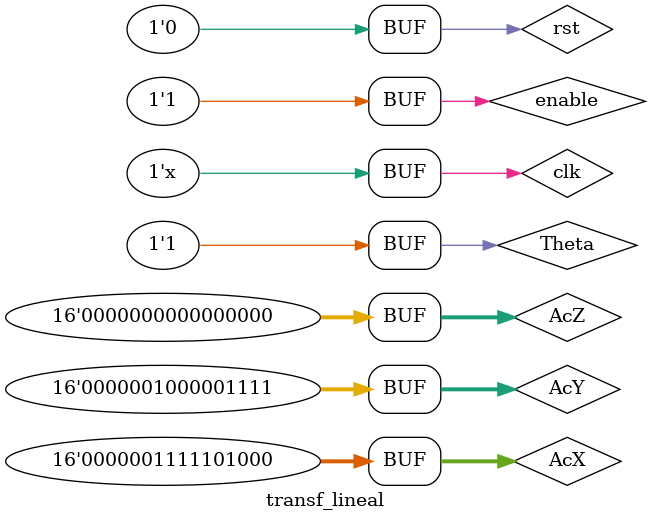
<source format=v>
`timescale 1ns / 1ps


module transf_lineal;

	// Inputs
	reg clk;
	reg rst;
	reg enable;
	reg [15:0] AcX;
	reg [15:0] AcY;
	reg [15:0] AcZ;
	reg Theta;

	// Outputs
	wire [31:0] XAc;
	wire [31:0] YAc;
	wire [31:0] ZAc;
	wire  Busy;

	// Instantiate the Unit Under Test (UUT)
	TopModuleTransfLineal uut (
		.clk(clk), 
		.rst(rst), 
		.enable(enable), 
		.AcX(AcX), 
		.AcY(AcY), 
		.AcZ(AcZ), 
		.Theta(Theta), 
		.XAc(XAc), 
		.YAc(YAc), 
		.ZAc(ZAc), 
		.Busy(Busy)
	);

	initial begin
		// Initialize Inputs
		clk = 0;
		rst = 1;
		enable = 0;
		AcX = 1000;
		AcY = 527;
		AcZ = 0;
		Theta = 45;

		// Wait 100 ns for global reset to finish
		#100;
      #11 rst <= 0;
		#12 enable <= 1;
		// Add stimulus here
	end
	
	always #5 clk <= !clk;
	
endmodule


</source>
